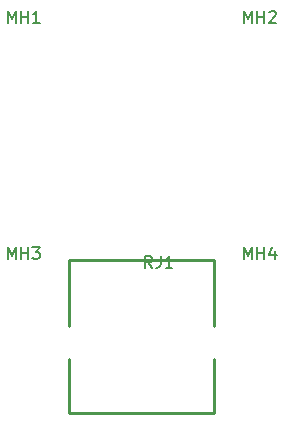
<source format=gbr>
G04 #@! TF.GenerationSoftware,KiCad,Pcbnew,(5.1.9)-1*
G04 #@! TF.CreationDate,2022-02-01T16:59:12-07:00*
G04 #@! TF.ProjectId,Limit_to_RJ11,4c696d69-745f-4746-9f5f-524a31312e6b,rev?*
G04 #@! TF.SameCoordinates,Original*
G04 #@! TF.FileFunction,Legend,Top*
G04 #@! TF.FilePolarity,Positive*
%FSLAX46Y46*%
G04 Gerber Fmt 4.6, Leading zero omitted, Abs format (unit mm)*
G04 Created by KiCad (PCBNEW (5.1.9)-1) date 2022-02-01 16:59:12*
%MOMM*%
%LPD*%
G01*
G04 APERTURE LIST*
%ADD10C,0.254000*%
%ADD11C,0.150000*%
G04 APERTURE END LIST*
D10*
X21100000Y-21320000D02*
X21100000Y-26920000D01*
X8900000Y-26920000D02*
X8900000Y-21320000D01*
X8900000Y-34320000D02*
X21100000Y-34320000D01*
X8900000Y-21320000D02*
X21100000Y-21320000D01*
X8900000Y-34320000D02*
X8900000Y-29720000D01*
X21100000Y-29720000D02*
X21100000Y-34320000D01*
D11*
X15907023Y-21995380D02*
X15573690Y-21519190D01*
X15335595Y-21995380D02*
X15335595Y-20995380D01*
X15716547Y-20995380D01*
X15811785Y-21043000D01*
X15859404Y-21090619D01*
X15907023Y-21185857D01*
X15907023Y-21328714D01*
X15859404Y-21423952D01*
X15811785Y-21471571D01*
X15716547Y-21519190D01*
X15335595Y-21519190D01*
X16621309Y-20995380D02*
X16621309Y-21709666D01*
X16573690Y-21852523D01*
X16478452Y-21947761D01*
X16335595Y-21995380D01*
X16240357Y-21995380D01*
X17621309Y-21995380D02*
X17049880Y-21995380D01*
X17335595Y-21995380D02*
X17335595Y-20995380D01*
X17240357Y-21138238D01*
X17145119Y-21233476D01*
X17049880Y-21281095D01*
X3666666Y-1252380D02*
X3666666Y-252380D01*
X4000000Y-966666D01*
X4333333Y-252380D01*
X4333333Y-1252380D01*
X4809523Y-1252380D02*
X4809523Y-252380D01*
X4809523Y-728571D02*
X5380952Y-728571D01*
X5380952Y-1252380D02*
X5380952Y-252380D01*
X6380952Y-1252380D02*
X5809523Y-1252380D01*
X6095238Y-1252380D02*
X6095238Y-252380D01*
X6000000Y-395238D01*
X5904761Y-490476D01*
X5809523Y-538095D01*
X23666666Y-1252380D02*
X23666666Y-252380D01*
X24000000Y-966666D01*
X24333333Y-252380D01*
X24333333Y-1252380D01*
X24809523Y-1252380D02*
X24809523Y-252380D01*
X24809523Y-728571D02*
X25380952Y-728571D01*
X25380952Y-1252380D02*
X25380952Y-252380D01*
X25809523Y-347619D02*
X25857142Y-300000D01*
X25952380Y-252380D01*
X26190476Y-252380D01*
X26285714Y-300000D01*
X26333333Y-347619D01*
X26380952Y-442857D01*
X26380952Y-538095D01*
X26333333Y-680952D01*
X25761904Y-1252380D01*
X26380952Y-1252380D01*
X3666666Y-21252380D02*
X3666666Y-20252380D01*
X4000000Y-20966666D01*
X4333333Y-20252380D01*
X4333333Y-21252380D01*
X4809523Y-21252380D02*
X4809523Y-20252380D01*
X4809523Y-20728571D02*
X5380952Y-20728571D01*
X5380952Y-21252380D02*
X5380952Y-20252380D01*
X5761904Y-20252380D02*
X6380952Y-20252380D01*
X6047619Y-20633333D01*
X6190476Y-20633333D01*
X6285714Y-20680952D01*
X6333333Y-20728571D01*
X6380952Y-20823809D01*
X6380952Y-21061904D01*
X6333333Y-21157142D01*
X6285714Y-21204761D01*
X6190476Y-21252380D01*
X5904761Y-21252380D01*
X5809523Y-21204761D01*
X5761904Y-21157142D01*
X23666666Y-21252380D02*
X23666666Y-20252380D01*
X24000000Y-20966666D01*
X24333333Y-20252380D01*
X24333333Y-21252380D01*
X24809523Y-21252380D02*
X24809523Y-20252380D01*
X24809523Y-20728571D02*
X25380952Y-20728571D01*
X25380952Y-21252380D02*
X25380952Y-20252380D01*
X26285714Y-20585714D02*
X26285714Y-21252380D01*
X26047619Y-20204761D02*
X25809523Y-20919047D01*
X26428571Y-20919047D01*
M02*

</source>
